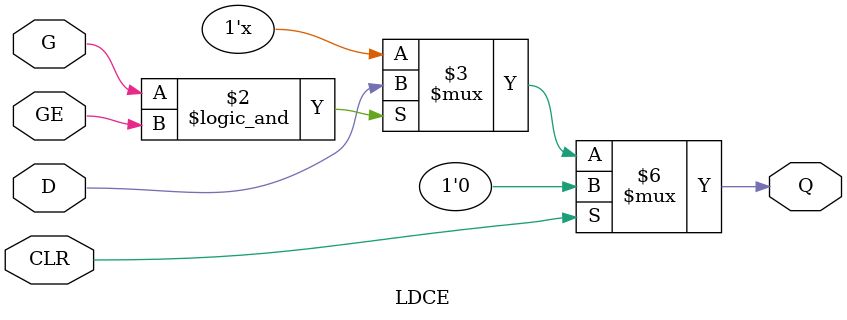
<source format=v>

/*

FUNCTION	: D-LATCH with async clear and gate enable

*/

`celldefine
`timescale  100 ps / 10 ps

module LDCE (Q, CLR, D, G, GE);

    parameter INIT = 1'b0;

    output Q;
    reg    Q;

    input  CLR, D, G, GE;

	always @( CLR or D or G or GE)
	    if (CLR)
		Q <= 0;
	    else if (G && GE)
		Q <= D;

endmodule

</source>
